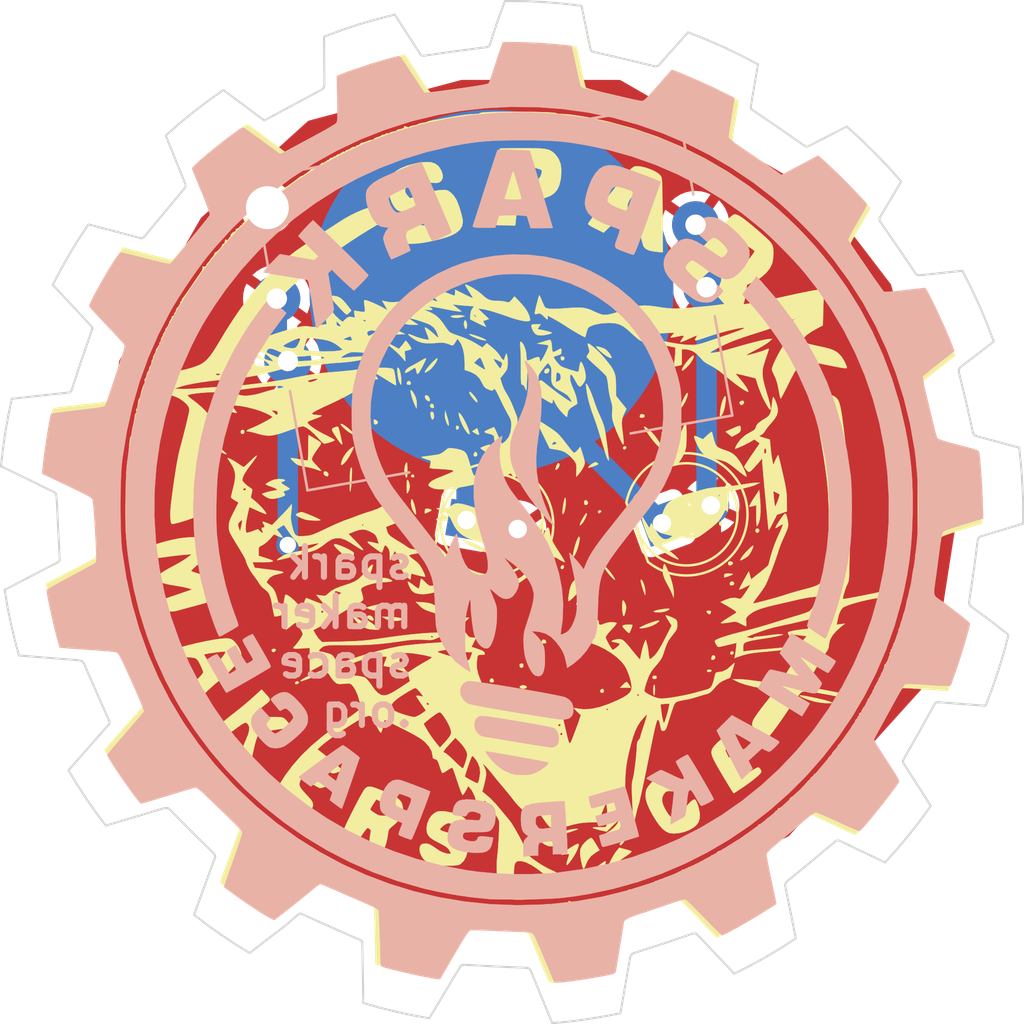
<source format=kicad_pcb>
(kicad_pcb (version 20221018) (generator pcbnew)
  (layers (0 "F.Cu" signal) (31 "B.Cu" signal) (34 "B.Paste" user) (35 "F.Paste" user) (36 "B.SilkS" user "B.Silkscreen") (37 "F.SilkS" user "F.Silkscreen") (38 "B.Mask" user) (39 "F.Mask" user) (44 "Edge.Cuts" user))
  (net 0 "")
  (net 1 "Net-(D1-K)")
  (net 2 "Net-(D1-A)")
  (footprint "LOGO" (layer "F.Cu") (at 34.5 32.5)
    (fp_text reference "G***" hide)
    (fp_text value "LOGO" hide)
  )
  (footprint "MountingHole:MountingHole_2.1mm" (layer "F.Cu") (at 21 15.75)
    (fp_text reference "REF**" hide)
    (fp_text value "MountingHole_2.1mm")
    (pad "" np_thru_hole circle (at 0 0) (size 2.1 2.1) (drill 2.1) (layers "*.Cu" "*.Mask"))
  )
  (footprint "LED_THT:LED_D5.0mm" (layer "F.Cu") (at 30.744368 31.0286 -10)
    (fp_text reference "D1" hide)
    (fp_text value "LED")
    (pad "1" thru_hole rect (at 0 0 350) (size 1.8 1.8) (drill 0.9) (layers "*.Cu" "*.Mask") (net 1 "Net-(D1-K)"))
    (pad "2" thru_hole circle (at 2.54 0 350) (size 1.8 1.8) (drill 0.9) (layers "*.Cu" "*.Mask") (net 2 "Net-(D1-A)"))
  )
  (footprint "LED_THT:LED_D5.0mm" (layer "F.Cu") (at 40.301891 31.186078 20)
    (fp_text reference "D2" hide)
    (fp_text value "LED")
    (pad "1" thru_hole rect (at 0 0 20) (size 1.8 1.8) (drill 0.9) (layers "*.Cu" "*.Mask") (net 1 "Net-(D1-K)"))
    (pad "2" thru_hole circle (at 2.54 0 20) (size 1.8 1.8) (drill 0.9) (layers "*.Cu" "*.Mask") (net 2 "Net-(D1-A)"))
  )
  (footprint "LOGO" (layer "F.Cu") (at 34.5 32.5)
    (fp_text reference "G***" hide)
    (fp_text value "LOGO" hide)
  )
  (footprint "BAT-HLD-001-THM:BAT_BAT-HLD-001-THM" (layer "B.Cu") (at 31.964164 19.868367 -170)
    (fp_text reference "BT2" hide)
    (fp_text value "BAT-HLD-001-THM")
    (pad "N" smd circle (at 0 0 190) (size 17.8 17.8) (layers "B.Cu" "B.Mask") (net 1 "Net-(D1-K)"))
    (pad "P1" thru_hole circle (at -10.4 1.5 190) (size 2.3 2.3) (drill 1) (layers "*.Cu" "*.Mask") (net 2 "Net-(D1-A)"))
    (pad "P2" thru_hole circle (at -10.4 -1.6 190) (size 2.3 2.3) (drill 1) (layers "*.Cu" "*.Mask") (net 2 "Net-(D1-A)"))
    (pad "P3" thru_hole circle (at 10.4 -1.6 190) (size 2.3 2.3) (drill 1) (layers "*.Cu" "*.Mask") (net 2 "Net-(D1-A)"))
    (pad "P4" thru_hole circle (at 10.4 1.5 190) (size 2.3 2.3) (drill 1) (layers "*.Cu" "*.Mask") (net 2 "Net-(D1-A)"))
  )
  (gr_line (start 56.7535 38.4009) (end 57.0194 37.5285) (stroke (width 0.1)) (layer "Edge.Cuts"))
  (gr_line (start 22.6051 50.2805) (end 22.6493 50.288) (stroke (width 0.1)) (layer "Edge.Cuts"))
  (gr_line (start 12.3856 21.5399) (end 12.4177 21.5874) (stroke (width 0.1)) (layer "Edge.Cuts"))
  (gr_line (start 23.7544 9.89129) (end 23.719 9.93914) (stroke (width 0.1)) (layer "Edge.Cuts"))
  (gr_line (start 23.719 9.93914) (end 23.6673 9.97057) (stroke (width 0.1)) (layer "Edge.Cuts"))
  (gr_line (start 55.4091 34.4891) (end 55.5852 33.2736) (stroke (width 0.1)) (layer "Edge.Cuts"))
  (gr_line (start 57.8471 28.1603) (end 57.7739 27.4892) (stroke (width 0.1)) (layer "Edge.Cuts"))
  (gr_line (start 22.8457 50.3712) (end 23.0393 50.4612) (stroke (width 0.1)) (layer "Edge.Cuts"))
  (gr_line (start 23.7898 9.7753) (end 23.7544 9.89129) (stroke (width 0.1)) (layer "Edge.Cuts"))
  (gr_line (start 51.3746 13.7653) (end 50.7202 13.0793) (stroke (width 0.1)) (layer "Edge.Cuts"))
  (gr_line (start 41.9098 51.2479) (end 41.9637 51.2638) (stroke (width 0.1)) (layer "Edge.Cuts"))
  (gr_line (start 36.473 6.38649) (end 36.3694 5.8783) (stroke (width 0.1)) (layer "Edge.Cuts"))
  (gr_line (start 22.5626 50.2916) (end 22.6051 50.2805) (stroke (width 0.1)) (layer "Edge.Cuts"))
  (gr_line (start 40.1728 8.75144) (end 40.1261 8.79415) (stroke (width 0.1)) (layer "Edge.Cuts"))
  (gr_line (start 25.6399 51.6735) (end 25.6449 51.7214) (stroke (width 0.1)) (layer "Edge.Cuts"))
  (gr_line (start 8.06442 27.5664) (end 7.97191 28.3967) (stroke (width 0.1)) (layer "Edge.Cuts"))
  (gr_line (start 20.1303 52.2094) (end 21.9144 50.8387) (stroke (width 0.1)) (layer "Edge.Cuts"))
  (gr_line (start 42.0109 51.2965) (end 42.2052 51.4917) (stroke (width 0.1)) (layer "Edge.Cuts"))
  (gr_line (start 52.8161 19.0481) (end 52.7607 19.0223) (stroke (width 0.1)) (layer "Edge.Cuts"))
  (gr_line (start 57.9629 30.0173) (end 57.9043 28.833) (stroke (width 0.1)) (layer "Edge.Cuts"))
  (gr_line (start 10.83747 33.0248) (end 10.81372 33.0578) (stroke (width 0.1)) (layer "Edge.Cuts"))
  (gr_line (start 18.44 47.5369) (end 18.1667 48.2797) (stroke (width 0.1)) (layer "Edge.Cuts"))
  (gr_line (start 18.7412 51.3188) (end 19.4288 51.775) (stroke (width 0.1)) (layer "Edge.Cuts"))
  (gr_line (start 25.4849 6.78322) (end 24.6249 7.06777) (stroke (width 0.1)) (layer "Edge.Cuts"))
  (gr_line (start 52.1001 42.8908) (end 52.0906 42.8389) (stroke (width 0.1)) (layer "Edge.Cuts"))
  (gr_line (start 38.7571 52.3803) (end 38.7896 52.3152) (stroke (width 0.1)) (layer "Edge.Cuts"))
  (gr_line (start 53.7518 39.9413) (end 53.8054 39.9383) (stroke (width 0.1)) (layer "Edge.Cuts"))
  (gr_line (start 46.3379 48.9851) (end 46.3288 48.9152) (stroke (width 0.1)) (layer "Edge.Cuts"))
  (gr_line (start 27.2946 55.0797) (end 28.1046 55.2541) (stroke (width 0.1)) (layer "Edge.Cuts"))
  (gr_line (start 39.3978 52.0617) (end 40.6006 51.6704) (stroke (width 0.1)) (layer "Edge.Cuts"))
  (gr_line (start 22.4924 50.3419) (end 22.5626 50.2916) (stroke (width 0.1)) (layer "Edge.Cuts"))
  (gr_line (start 56.5334 22.2983) (end 56.1967 21.4128) (stroke (width 0.1)) (layer "Edge.Cuts"))
  (gr_line (start 32.7986 5.64223) (end 32.6208 5.64875) (stroke (width 0.1)) (layer "Edge.Cuts"))
  (gr_line (start 28.5629 8.31123) (end 28.5204 8.28781) (stroke (width 0.1)) (layer "Edge.Cuts"))
  (gr_line (start 10.74031 33.1002) (end 9.27911 33.8584) (stroke (width 0.1)) (layer "Edge.Cuts"))
  (gr_line (start 55.8253 31.8701) (end 55.8855 31.8345) (stroke (width 0.1)) (layer "Edge.Cuts"))
  (gr_line (start 39.9474 8.83461) (end 39.356 8.69174) (stroke (width 0.1)) (layer "Edge.Cuts"))
  (gr_line (start 55.4498 35.2795) (end 55.3967 35.2338) (stroke (width 0.1)) (layer "Edge.Cuts"))
  (gr_line (start 32.8049 5.64213) (end 32.7986 5.64223) (stroke (width 0.1)) (layer "Edge.Cuts"))
  (gr_line (start 18.3703 47.3289) (end 18.4365 47.4238) (stroke (width 0.1)) (layer "Edge.Cuts"))
  (gr_line (start 37.443 55.3139) (end 38.2707 55.1526) (stroke (width 0.1)) (layer "Edge.Cuts"))
  (gr_line (start 8.44679 36.0623) (end 8.63605 36.8624) (stroke (width 0.1)) (layer "Edge.Cuts"))
  (gr_line (start 23.7754 7.38228) (end 23.7898 9.7753) (stroke (width 0.1)) (layer "Edge.Cuts"))
  (gr_line (start 11.96849 37.9606) (end 12.0121 38.017) (stroke (width 0.1)) (layer "Edge.Cuts"))
  (gr_line (start 46.5824 48.5657) (end 46.7717 48.4154) (stroke (width 0.1)) (layer "Edge.Cuts"))
  (gr_line (start 30.4329 52.8792) (end 30.4704 52.8322) (stroke (width 0.1)) (layer "Edge.Cuts"))
  (gr_line (start 54.8801 23.5734) (end 55.0797 23.4119) (stroke (width 0.1)) (layer "Edge.Cuts"))
  (gr_line (start 55.6766 26.9221) (end 55.6213 26.9012) (stroke (width 0.1)) (layer "Edge.Cuts"))
  (gr_line (start 57.7739 27.4892) (end 55.6766 26.9221) (stroke (width 0.1)) (layer "Edge.Cuts"))
  (gr_line (start 52.9297 45.7336) (end 53.4515 45.0122) (stroke (width 0.1)) (layer "Edge.Cuts"))
  (gr_line (start 44.8243 9.76246) (end 44.9977 8.74186) (stroke (width 0.1)) (layer "Edge.Cuts"))
  (gr_line (start 19.8484 10.7375) (end 18.8438 9.99644) (stroke (width 0.1)) (layer "Edge.Cuts"))
  (gr_line (start 52.8847 41.3933) (end 53.633 40.0394) (stroke (width 0.1)) (layer "Edge.Cuts"))
  (gr_line (start 12.7399 41.6031) (end 11.27035 43.2733) (stroke (width 0.1)) (layer "Edge.Cuts"))
  (gr_line (start 28.1046 55.2541) (end 28.92 55.4017) (stroke (width 0.1)) (layer "Edge.Cuts"))
  (gr_line (start 36.9331 8.12655) (end 36.8847 8.10906) (stroke (width 0.1)) (layer "Edge.Cuts"))
  (gr_line (start 55.5852 33.2736) (end 55.7395 32.0552) (stroke (width 0.1)) (layer "Edge.Cuts"))
  (gr_line (start 10.59397 29.6768) (end 10.64214 29.729) (stroke (width 0.1)) (layer "Edge.Cuts"))
  (gr_line (start 12.4177 21.5874) (end 12.4311 21.6416) (stroke (width 0.1)) (layer "Edge.Cuts"))
  (gr_line (start 8.18247 26.7393) (end 8.06442 27.5664) (stroke (width 0.1)) (layer "Edge.Cuts"))
  (gr_line (start 11.33378 24.7788) (end 11.28176 24.7926) (stroke (width 0.1)) (layer "Edge.Cuts"))
  (gr_line (start 41.7973 51.2611) (end 41.9098 51.2479) (stroke (width 0.1)) (layer "Edge.Cuts"))
  (gr_line (start 55.3549 35.1779) (end 55.3294 35.1139) (stroke (width 0.1)) (layer "Edge.Cuts"))
  (gr_line (start 38.7896 52.3152) (end 38.8369 52.2612) (stroke (width 0.1)) (layer "Edge.Cuts"))
  (gr_line (start 32.2019 6.79802) (end 31.8743 7.79419) (stroke (width 0.1)) (layer "Edge.Cuts"))
  (gr_line (start 12.2029 38.4486) (end 12.7273 39.6519) (stroke (width 0.1)) (layer "Edge.Cuts"))
  (gr_line (start 55.188 25.2884) (end 54.831 23.8168) (stroke (width 0.1)) (layer "Edge.Cuts"))
  (gr_line (start 18.1667 48.2797) (end 17.4143 50.3382) (stroke (width 0.1)) (layer "Edge.Cuts"))
  (gr_line (start 56.1281 40.1141) (end 56.4566 39.2633) (stroke (width 0.1)) (layer "Edge.Cuts"))
  (gr_line (start 56.1967 21.4128) (end 55.8279 20.5402) (stroke (width 0.1)) (layer "Edge.Cuts"))
  (gr_line (start 25.6449 51.7214) (end 25.6928 54.655) (stroke (width 0.1)) (layer "Edge.Cuts"))
  (gr_line (start 8.28462 35.2563) (end 8.44679 36.0623) (stroke (width 0.1)) (layer "Edge.Cuts"))
  (gr_line (start 46.0055 11.8395) (end 44.7274 10.9718) (stroke (width 0.1)) (layer "Edge.Cuts"))
  (gr_line (start 47.4713 12.7442) (end 47.4213 12.7627) (stroke (width 0.1)) (layer "Edge.Cuts"))
  (gr_line (start 16.9849 14.7489) (end 16.9529 14.8018) (stroke (width 0.1)) (layer "Edge.Cuts"))
  (gr_line (start 10.69237 29.9332) (end 10.84302 32.9821) (stroke (width 0.1)) (layer "Edge.Cuts"))
  (gr_line (start 56.4566 39.2633) (end 56.7535 38.4009) (stroke (width 0.1)) (layer "Edge.Cuts"))
  (gr_line (start 57.9043 28.833) (end 57.8471 28.1603) (stroke (width 0.1)) (layer "Edge.Cuts"))
  (gr_line (start 54.831 23.8168) (end 54.8198 23.6864) (stroke (width 0.1)) (layer "Edge.Cuts"))
  (gr_line (start 21.9144 50.8387) (end 22.4924 50.3419) (stroke (width 0.1)) (layer "Edge.Cuts"))
  (gr_line (start 53.6628 39.9949) (end 53.7033 39.9612) (stroke (width 0.1)) (layer "Edge.Cuts"))
  (gr_line (start 44.9977 8.74186) (end 44.1649 8.30328) (stroke (width 0.1)) (layer "Edge.Cuts"))
  (gr_line (start 40.0712 8.82426) (end 40.0107 8.83876) (stroke (width 0.1)) (layer "Edge.Cuts"))
  (gr_line (start 38.1459 8.40346) (end 36.9331 8.12655) (stroke (width 0.1)) (layer "Edge.Cuts"))
  (gr_line (start 32.8114 5.64212) (end 32.8049 5.64213) (stroke (width 0.1)) (layer "Edge.Cuts"))
  (gr_line (start 13.0974 45.9755) (end 15.9279 45.132) (stroke (width 0.1)) (layer "Edge.Cuts"))
  (gr_line (start 26.3543 6.52923) (end 25.4849 6.78322) (stroke (width 0.1)) (layer "Edge.Cuts"))
  (gr_line (start 55.3967 35.2338) (end 55.3549 35.1779) (stroke (width 0.1)) (layer "Edge.Cuts"))
  (gr_line (start 40.0107 8.83876) (end 39.9474 8.83461) (stroke (width 0.1)) (layer "Edge.Cuts"))
  (gr_line (start 28.5204 8.28781) (end 28.4879 8.24958) (stroke (width 0.1)) (layer "Edge.Cuts"))
  (gr_line (start 8.63605 36.8624) (end 8.8515 37.656) (stroke (width 0.1)) (layer "Edge.Cuts"))
  (gr_line (start 9.27911 33.8584) (end 8.15047 34.4451) (stroke (width 0.1)) (layer "Edge.Cuts"))
  (gr_line (start 47.4213 12.7627) (end 47.3692 12.7639) (stroke (width 0.1)) (layer "Edge.Cuts"))
  (gr_line (start 54.997 18.8376) (end 52.94 19.0549) (stroke (width 0.1)) (layer "Edge.Cuts"))
  (gr_line (start 42.3937 51.6928) (end 43.8422 53.2231) (stroke (width 0.1)) (layer "Edge.Cuts"))
  (gr_line (start 14.976 17.1776) (end 14.8957 17.2379) (stroke (width 0.1)) (layer "Edge.Cuts"))
  (gr_line (start 16.9529 14.8018) (end 16.5418 15.291) (stroke (width 0.1)) (layer "Edge.Cuts"))
  (gr_line (start 46.5993 50.2397) (end 46.3379 48.9851) (stroke (width 0.1)) (layer "Edge.Cuts"))
  (gr_line (start 10.90226 18.7636) (end 10.50354 19.524) (stroke (width 0.1)) (layer "Edge.Cuts"))
  (gr_line (start 52.3819 46.4355) (end 52.9297 45.7336) (stroke (width 0.1)) (layer "Edge.Cuts"))
  (gr_line (start 25.5455 51.5733) (end 25.62 51.631) (stroke (width 0.1)) (layer "Edge.Cuts"))
  (gr_line (start 16.7029 11.6281) (end 16.0292 12.2212) (stroke (width 0.1)) (layer "Edge.Cuts"))
  (gr_line (start 11.91016 37.9219) (end 11.96849 37.9606) (stroke (width 0.1)) (layer "Edge.Cuts"))
  (gr_line (start 47.2728 12.7228) (end 46.0055 11.8395) (stroke (width 0.1)) (layer "Edge.Cuts"))
  (gr_line (start 30.4704 52.8322) (end 30.5199 52.8006) (stroke (width 0.1)) (layer "Edge.Cuts"))
  (gr_line (start 11.32539 18.0165) (end 10.90226 18.7636) (stroke (width 0.1)) (layer "Edge.Cuts"))
  (gr_line (start 56.3633 35.9494) (end 55.4498 35.2795) (stroke (width 0.1)) (layer "Edge.Cuts"))
  (gr_line (start 39.1478 52.1398) (end 39.3978 52.0617) (stroke (width 0.1)) (layer "Edge.Cuts"))
  (gr_line (start 11.37706 24.7492) (end 11.33378 24.7788) (stroke (width 0.1)) (layer "Edge.Cuts"))
  (gr_line (start 31.7176 7.8991) (end 30.188 8.09898) (stroke (width 0.1)) (layer "Edge.Cuts"))
  (gr_line (start 8.15047 34.4451) (end 8.28462 35.2563) (stroke (width 0.1)) (layer "Edge.Cuts"))
  (gr_line (start 51.5186 15.2884) (end 52.0043 14.4739) (stroke (width 0.1)) (layer "Edge.Cuts"))
  (gr_line (start 53.4515 45.0122) (end 52.1248 42.9386) (stroke (width 0.1)) (layer "Edge.Cuts"))
  (gr_line (start 57.2554 36.6475) (end 56.3633 35.9494) (stroke (width 0.1)) (layer "Edge.Cuts"))
  (gr_line (start 10.84302 32.9821) (end 10.83747 33.0248) (stroke (width 0.1)) (layer "Edge.Cuts"))
  (gr_line (start 32.4031 6.22041) (end 32.2019 6.79802) (stroke (width 0.1)) (layer "Edge.Cuts"))
  (gr_line (start 32.6208 5.64875) (end 32.4031 6.22041) (stroke (width 0.1)) (layer "Edge.Cuts"))
  (gr_line (start 31.8136 7.87085) (end 31.7176 7.8991) (stroke (width 0.1)) (layer "Edge.Cuts"))
  (gr_line (start 17.4143 50.3382) (end 18.0692 50.8402) (stroke (width 0.1)) (layer "Edge.Cuts"))
  (gr_line (start 54.8387 23.6249) (end 54.8801 23.5734) (stroke (width 0.1)) (layer "Edge.Cuts"))
  (gr_line (start 11.43098 24.6585) (end 11.37706 24.7492) (stroke (width 0.1)) (layer "Edge.Cuts"))
  (gr_line (start 53.633 40.0394) (end 53.6628 39.9949) (stroke (width 0.1)) (layer "Edge.Cuts"))
  (gr_line (start 35.775 55.5608) (end 36.611 55.4507) (stroke (width 0.1)) (layer "Edge.Cuts"))
  (gr_line (start 55.2846 23.2567) (end 56.5334 22.2983) (stroke (width 0.1)) (layer "Edge.Cuts"))
  (gr_line (start 36.8016 7.98695) (end 36.473 6.38649) (stroke (width 0.1)) (layer "Edge.Cuts"))
  (gr_line (start 52.0043 14.4739) (end 51.3746 13.7653) (stroke (width 0.1)) (layer "Edge.Cuts"))
  (gr_line (start 15.9279 45.132) (end 16.0703 45.1115) (stroke (width 0.1)) (layer "Edge.Cuts"))
  (gr_line (start 12.4132 21.7533) (end 11.90966 23.2017) (stroke (width 0.1)) (layer "Edge.Cuts"))
  (gr_line (start 35.4836 5.7726) (end 34.5946 5.69696) (stroke (width 0.1)) (layer "Edge.Cuts"))
  (gr_line (start 14.8468 17.2483) (end 14.796 17.2425) (stroke (width 0.1)) (layer "Edge.Cuts"))
  (gr_line (start 11.27035 43.2733) (end 11.69451 43.9704) (stroke (width 0.1)) (layer "Edge.Cuts"))
  (gr_line (start 28.4879 8.24958) (end 27.2324 6.3064) (stroke (width 0.1)) (layer "Edge.Cuts"))
  (gr_line (start 12.6076 45.3227) (end 13.0974 45.9755) (stroke (width 0.1)) (layer "Edge.Cuts"))
  (gr_line (start 55.5734 26.8675) (end 55.5374 26.8221) (stroke (width 0.1)) (layer "Edge.Cuts"))
  (gr_line (start 11.69451 43.9704) (end 12.1401 44.6539) (stroke (width 0.1)) (layer "Edge.Cuts"))
  (gr_line (start 17.3978 11.0601) (end 16.7029 11.6281) (stroke (width 0.1)) (layer "Edge.Cuts"))
  (gr_line (start 41.5782 7.1737) (end 40.1728 8.75144) (stroke (width 0.1)) (layer "Edge.Cuts"))
  (gr_line (start 30.188 8.09898) (end 28.6611 8.31809) (stroke (width 0.1)) (layer "Edge.Cuts"))
  (gr_line (start 55.8826 40.0966) (end 56.1281 40.1141) (stroke (width 0.1)) (layer "Edge.Cuts"))
  (gr_line (start 55.4277 19.6815) (end 54.997 18.8376) (stroke (width 0.1)) (layer "Edge.Cuts"))
  (gr_line (start 8.32765 25.9166) (end 8.18247 26.7393) (stroke (width 0.1)) (layer "Edge.Cuts"))
  (gr_line (start 50.0625 47.2293) (end 51.2118 47.7777) (stroke (width 0.1)) (layer "Edge.Cuts"))
  (gr_line (start 46.3563 48.7791) (end 46.3989 48.7226) (stroke (width 0.1)) (layer "Edge.Cuts"))
  (gr_line (start 12.2478 16.5683) (end 11.77366 17.2842) (stroke (width 0.1)) (layer "Edge.Cuts"))
  (gr_line (start 30.6368 52.7822) (end 32.1359 52.8658) (stroke (width 0.1)) (layer "Edge.Cuts"))
  (gr_line (start 50.9595 16.23) (end 51.5186 15.2884) (stroke (width 0.1)) (layer "Edge.Cuts"))
  (gr_line (start 48.9277 46.7004) (end 48.9827 46.7161) (stroke (width 0.1)) (layer "Edge.Cuts"))
  (gr_line (start 44.6478 10.8101) (end 44.8243 9.76246) (stroke (width 0.1)) (layer "Edge.Cuts"))
  (gr_line (start 33.8682 53.0382) (end 34.107 53.619) (stroke (width 0.1)) (layer "Edge.Cuts"))
  (gr_line (start 23.0393 50.4612) (end 24.2895 51.0237) (stroke (width 0.1)) (layer "Edge.Cuts"))
  (gr_line (start 52.238 18.2687) (end 50.9724 16.4257) (stroke (width 0.1)) (layer "Edge.Cuts"))
  (gr_line (start 33.8268 52.9849) (end 33.8682 53.0382) (stroke (width 0.1)) (layer "Edge.Cuts"))
  (gr_line (start 18.4365 47.4238) (end 18.449 47.4792) (stroke (width 0.1)) (layer "Edge.Cuts"))
  (gr_line (start 51.2118 47.7777) (end 51.8089 47.1171) (stroke (width 0.1)) (layer "Edge.Cuts"))
  (gr_line (start 47.7764 47.5906) (end 48.772 46.7548) (stroke (width 0.1)) (layer "Edge.Cuts"))
  (gr_line (start 16.2012 45.1632) (end 16.6081 45.5777) (stroke (width 0.1)) (layer "Edge.Cuts"))
  (gr_line (start 46.3288 48.9152) (end 46.3339 48.8449) (stroke (width 0.1)) (layer "Edge.Cuts"))
  (gr_line (start 42.2052 51.4917) (end 42.3937 51.6928) (stroke (width 0.1)) (layer "Edge.Cuts"))
  (gr_line (start 52.0906 42.8389) (end 52.0968 42.7865) (stroke (width 0.1)) (layer "Edge.Cuts"))
  (gr_line (start 36.3694 5.8783) (end 35.4836 5.7726) (stroke (width 0.1)) (layer "Edge.Cuts"))
  (gr_line (start 10.81372 33.0578) (end 10.74031 33.1002) (stroke (width 0.1)) (layer "Edge.Cuts"))
  (gr_line (start 56.347 31.6932) (end 57.9682 31.2031) (stroke (width 0.1)) (layer "Edge.Cuts"))
  (gr_line (start 36.8847 8.10906) (end 36.8456 8.07765) (stroke (width 0.1)) (layer "Edge.Cuts"))
  (gr_line (start 55.7819 31.9231) (end 55.8253 31.8701) (stroke (width 0.1)) (layer "Edge.Cuts"))
  (gr_line (start 53.7033 39.9612) (end 53.7518 39.9413) (stroke (width 0.1)) (layer "Edge.Cuts"))
  (gr_line (start 50.9392 16.2784) (end 50.9595 16.23) (stroke (width 0.1)) (layer "Edge.Cuts"))
  (gr_line (start 7.97191 28.3967) (end 10.59397 29.6768) (stroke (width 0.1)) (layer "Edge.Cuts"))
  (gr_line (start 16.0292 12.2212) (end 16.9798 14.5698) (stroke (width 0.1)) (layer "Edge.Cuts"))
  (gr_line (start 45.374 52.4107) (end 46.1183 51.9658) (stroke (width 0.1)) (layer "Edge.Cuts"))
  (gr_line (start 52.1248 42.9386) (end 52.1001 42.8908) (stroke (width 0.1)) (layer "Edge.Cuts"))
  (gr_line (start 32.8049 5.64213) (end 32.8049 5.64213) (stroke (width 0.1)) (layer "Edge.Cuts"))
  (gr_line (start 24.2895 51.0237) (end 25.5455 51.5733) (stroke (width 0.1)) (layer "Edge.Cuts"))
  (gr_line (start 13.2473 41.0296) (end 12.7399 41.6031) (stroke (width 0.1)) (layer "Edge.Cuts"))
  (gr_line (start 18.0692 50.8402) (end 18.7412 51.3188) (stroke (width 0.1)) (layer "Edge.Cuts"))
  (gr_line (start 30.5199 52.8006) (end 30.5769 52.7841) (stroke (width 0.1)) (layer "Edge.Cuts"))
  (gr_line (start 16.9976 14.6289) (end 16.9996 14.69) (stroke (width 0.1)) (layer "Edge.Cuts"))
  (gr_line (start 55.0797 23.4119) (end 55.2846 23.2567) (stroke (width 0.1)) (layer "Edge.Cuts"))
  (gr_line (start 16.5418 15.291) (end 14.976 17.1776) (stroke (width 0.1)) (layer "Edge.Cuts"))
  (gr_line (start 38.8999 52.224) (end 39.1478 52.1398) (stroke (width 0.1)) (layer "Edge.Cuts"))
  (gr_line (start 33.7035 5.65295) (end 32.8114 5.64212) (stroke (width 0.1)) (layer "Edge.Cuts"))
  (gr_line (start 17.4832 46.4593) (end 18.3703 47.3289) (stroke (width 0.1)) (layer "Edge.Cuts"))
  (gr_line (start 55.5178 26.7663) (end 55.188 25.2884) (stroke (width 0.1)) (layer "Edge.Cuts"))
  (gr_line (start 26.4904 54.8797) (end 27.2946 55.0797) (stroke (width 0.1)) (layer "Edge.Cuts"))
  (gr_line (start 32.1359 52.8658) (end 33.6359 52.9307) (stroke (width 0.1)) (layer "Edge.Cuts"))
  (gr_line (start 55.8279 20.5402) (end 55.4277 19.6815) (stroke (width 0.1)) (layer "Edge.Cuts"))
  (gr_line (start 50.0413 12.4176) (end 49.3379 11.7819) (stroke (width 0.1)) (layer "Edge.Cuts"))
  (gr_line (start 25.62 51.631) (end 25.6399 51.6735) (stroke (width 0.1)) (layer "Edge.Cuts"))
  (gr_line (start 40.1261 8.79415) (end 40.0712 8.82426) (stroke (width 0.1)) (layer "Edge.Cuts"))
  (gr_line (start 46.1183 51.9658) (end 46.8477 51.497) (stroke (width 0.1)) (layer "Edge.Cuts"))
  (gr_line (start 39.356 8.69174) (end 38.1459 8.40346) (stroke (width 0.1)) (layer "Edge.Cuts"))
  (gr_line (start 55.7395 32.0552) (end 55.7538 31.987) (stroke (width 0.1)) (layer "Edge.Cuts"))
  (gr_line (start 57.0194 37.5285) (end 57.2554 36.6475) (stroke (width 0.1)) (layer "Edge.Cuts"))
  (gr_line (start 12.1111 38.2311) (end 12.2029 38.4486) (stroke (width 0.1)) (layer "Edge.Cuts"))
  (gr_line (start 50.9355 16.3295) (end 50.9392 16.2784) (stroke (width 0.1)) (layer "Edge.Cuts"))
  (gr_line (start 52.7164 18.9779) (end 52.238 18.2687) (stroke (width 0.1)) (layer "Edge.Cuts"))
  (gr_line (start 46.3339 48.8449) (end 46.3563 48.7791) (stroke (width 0.1)) (layer "Edge.Cuts"))
  (gr_line (start 16.0703 45.1115) (end 16.1397 45.1252) (stroke (width 0.1)) (layer "Edge.Cuts"))
  (gr_line (start 50.7202 13.0793) (end 50.0413 12.4176) (stroke (width 0.1)) (layer "Edge.Cuts"))
  (gr_line (start 31.8743 7.79419) (end 31.8511 7.8393) (stroke (width 0.1)) (layer "Edge.Cuts"))
  (gr_line (start 38.2707 55.1526) (end 38.7388 52.4509) (stroke (width 0.1)) (layer "Edge.Cuts"))
  (gr_line (start 44.6152 52.8302) (end 45.374 52.4107) (stroke (width 0.1)) (layer "Edge.Cuts"))
  (gr_line (start 20.8472 11.4863) (end 19.8484 10.7375) (stroke (width 0.1)) (layer "Edge.Cuts"))
  (gr_line (start 52.94 19.0549) (end 52.8161 19.0481) (stroke (width 0.1)) (layer "Edge.Cuts"))
  (gr_line (start 52.7607 19.0223) (end 52.7164 18.9779) (stroke (width 0.1)) (layer "Edge.Cuts"))
  (gr_line (start 12.7273 39.6519) (end 13.2646 40.8496) (stroke (width 0.1)) (layer "Edge.Cuts"))
  (gr_line (start 16.6081 45.5777) (end 17.4832 46.4593) (stroke (width 0.1)) (layer "Edge.Cuts"))
  (gr_line (start 34.5946 5.69696) (end 33.7035 5.65295) (stroke (width 0.1)) (layer "Edge.Cuts"))
  (gr_line (start 25.6928 54.655) (end 26.4904 54.8797) (stroke (width 0.1)) (layer "Edge.Cuts"))
  (gr_line (start 16.1397 45.1252) (end 16.2012 45.1632) (stroke (width 0.1)) (layer "Edge.Cuts"))
  (gr_line (start 57.9682 31.2031) (end 57.9629 30.0173) (stroke (width 0.1)) (layer "Edge.Cuts"))
  (gr_line (start 11.28176 24.7926) (end 10.3968 24.8877) (stroke (width 0.1)) (layer "Edge.Cuts"))
  (gr_line (start 36.8456 8.07765) (end 36.8016 7.98695) (stroke (width 0.1)) (layer "Edge.Cuts"))
  (gr_line (start 43.8422 53.2231) (end 44.6152 52.8302) (stroke (width 0.1)) (layer "Edge.Cuts"))
  (gr_line (start 44.6468 10.8585) (end 44.6478 10.8101) (stroke (width 0.1)) (layer "Edge.Cuts"))
  (gr_line (start 19.4288 51.775) (end 20.1303 52.2094) (stroke (width 0.1)) (layer "Edge.Cuts"))
  (gr_line (start 34.107 53.619) (end 34.9356 55.6416) (stroke (width 0.1)) (layer "Edge.Cuts"))
  (gr_line (start 8.8515 37.656) (end 11.77257 37.8879) (stroke (width 0.1)) (layer "Edge.Cuts"))
  (gr_line (start 46.8477 51.497) (end 46.5993 50.2397) (stroke (width 0.1)) (layer "Edge.Cuts"))
  (gr_line (start 33.7692 52.9528) (end 33.8268 52.9849) (stroke (width 0.1)) (layer "Edge.Cuts"))
  (gr_line (start 55.7538 31.987) (end 55.7819 31.9231) (stroke (width 0.1)) (layer "Edge.Cuts"))
  (gr_line (start 23.6673 9.97057) (end 20.8472 11.4863) (stroke (width 0.1)) (layer "Edge.Cuts"))
  (gr_line (start 16.9798 14.5698) (end 16.9976 14.6289) (stroke (width 0.1)) (layer "Edge.Cuts"))
  (gr_line (start 13.5369 16.9066) (end 12.2478 16.5683) (stroke (width 0.1)) (layer "Edge.Cuts"))
  (gr_line (start 47.3692 12.7639) (end 47.2728 12.7228) (stroke (width 0.1)) (layer "Edge.Cuts"))
  (gr_line (start 14.796 17.2425) (end 13.5369 16.9066) (stroke (width 0.1)) (layer "Edge.Cuts"))
  (gr_line (start 18.449 47.4792) (end 18.44 47.5369) (stroke (width 0.1)) (layer "Edge.Cuts"))
  (gr_line (start 43.3165 7.89559) (end 42.4539 7.519) (stroke (width 0.1)) (layer "Edge.Cuts"))
  (gr_line (start 13.2646 40.8496) (end 13.2839 40.9428) (stroke (width 0.1)) (layer "Edge.Cuts"))
  (gr_line (start 8.50156 25.0994) (end 8.32765 25.9166) (stroke (width 0.1)) (layer "Edge.Cuts"))
  (gr_line (start 28.92 55.4017) (end 30.4329 52.8792) (stroke (width 0.1)) (layer "Edge.Cuts"))
  (gr_line (start 54.8198 23.6864) (end 54.8387 23.6249) (stroke (width 0.1)) (layer "Edge.Cuts"))
  (gr_line (start 55.8855 31.8345) (end 56.347 31.6932) (stroke (width 0.1)) (layer "Edge.Cuts"))
  (gr_line (start 50.9724 16.4257) (end 50.9355 16.3295) (stroke (width 0.1)) (layer "Edge.Cuts"))
  (gr_line (start 55.5374 26.8221) (end 55.5178 26.7663) (stroke (width 0.1)) (layer "Edge.Cuts"))
  (gr_line (start 31.8511 7.8393) (end 31.8136 7.87085) (stroke (width 0.1)) (layer "Edge.Cuts"))
  (gr_line (start 55.3294 35.1139) (end 55.3251 35.0438) (stroke (width 0.1)) (layer "Edge.Cuts"))
  (gr_line (start 10.3968 24.8877) (end 8.50156 25.0994) (stroke (width 0.1)) (layer "Edge.Cuts"))
  (gr_line (start 13.2839 40.9428) (end 13.2733 40.9887) (stroke (width 0.1)) (layer "Edge.Cuts"))
  (gr_line (start 12.1401 44.6539) (end 12.6076 45.3227) (stroke (width 0.1)) (layer "Edge.Cuts"))
  (gr_line (start 12.0121 38.017) (end 12.1111 38.2311) (stroke (width 0.1)) (layer "Edge.Cuts"))
  (gr_line (start 14.8957 17.2379) (end 14.8468 17.2483) (stroke (width 0.1)) (layer "Edge.Cuts"))
  (gr_line (start 24.6249 7.06777) (end 23.7754 7.38228) (stroke (width 0.1)) (layer "Edge.Cuts"))
  (gr_line (start 41.9637 51.2638) (end 42.0109 51.2965) (stroke (width 0.1)) (layer "Edge.Cuts"))
  (gr_line (start 38.7388 52.4509) (end 38.7571 52.3803) (stroke (width 0.1)) (layer "Edge.Cuts"))
  (gr_line (start 44.7274 10.9718) (end 44.6615 10.9033) (stroke (width 0.1)) (layer "Edge.Cuts"))
  (gr_line (start 30.5769 52.7841) (end 30.6368 52.7822) (stroke (width 0.1)) (layer "Edge.Cuts"))
  (gr_line (start 49.3379 11.7819) (end 47.4713 12.7442) (stroke (width 0.1)) (layer "Edge.Cuts"))
  (gr_line (start 10.64214 29.729) (end 10.673 29.7925) (stroke (width 0.1)) (layer "Edge.Cuts"))
  (gr_line (start 16.9996 14.69) (end 16.9849 14.7489) (stroke (width 0.1)) (layer "Edge.Cuts"))
  (gr_line (start 48.9827 46.7161) (end 50.0625 47.2293) (stroke (width 0.1)) (layer "Edge.Cuts"))
  (gr_line (start 44.1649 8.30328) (end 43.3165 7.89559) (stroke (width 0.1)) (layer "Edge.Cuts"))
  (gr_line (start 11.77257 37.8879) (end 11.91016 37.9219) (stroke (width 0.1)) (layer "Edge.Cuts"))
  (gr_line (start 52.119 42.7375) (end 52.8847 41.3933) (stroke (width 0.1)) (layer "Edge.Cuts"))
  (gr_line (start 46.3989 48.7226) (end 46.5824 48.5657) (stroke (width 0.1)) (layer "Edge.Cuts"))
  (gr_line (start 13.2733 40.9887) (end 13.2473 41.0296) (stroke (width 0.1)) (layer "Edge.Cuts"))
  (gr_line (start 53.8054 39.9383) (end 55.8826 40.0966) (stroke (width 0.1)) (layer "Edge.Cuts"))
  (gr_line (start 38.8369 52.2612) (end 38.8999 52.224) (stroke (width 0.1)) (layer "Edge.Cuts"))
  (gr_line (start 27.2324 6.3064) (end 26.3543 6.52923) (stroke (width 0.1)) (layer "Edge.Cuts"))
  (gr_line (start 48.8189 46.7223) (end 48.872 46.7033) (stroke (width 0.1)) (layer "Edge.Cuts"))
  (gr_line (start 10.50354 19.524) (end 12.3856 21.5399) (stroke (width 0.1)) (layer "Edge.Cuts"))
  (gr_line (start 33.6359 52.9307) (end 33.7692 52.9528) (stroke (width 0.1)) (layer "Edge.Cuts"))
  (gr_line (start 46.7717 48.4154) (end 47.7764 47.5906) (stroke (width 0.1)) (layer "Edge.Cuts"))
  (gr_line (start 51.8089 47.1171) (end 52.3819 46.4355) (stroke (width 0.1)) (layer "Edge.Cuts"))
  (gr_line (start 42.4539 7.519) (end 41.5782 7.1737) (stroke (width 0.1)) (layer "Edge.Cuts"))
  (gr_line (start 55.3251 35.0438) (end 55.4091 34.4891) (stroke (width 0.1)) (layer "Edge.Cuts"))
  (gr_line (start 44.6615 10.9033) (end 44.6468 10.8585) (stroke (width 0.1)) (layer "Edge.Cuts"))
  (gr_line (start 12.4311 21.6416) (end 12.4132 21.7533) (stroke (width 0.1)) (layer "Edge.Cuts"))
  (gr_line (start 10.673 29.7925) (end 10.69237 29.9332) (stroke (width 0.1)) (layer "Edge.Cuts"))
  (gr_line (start 52.0968 42.7865) (end 52.119 42.7375) (stroke (width 0.1)) (layer "Edge.Cuts"))
  (gr_line (start 22.6493 50.288) (end 22.8457 50.3712) (stroke (width 0.1)) (layer "Edge.Cuts"))
  (gr_line (start 28.6611 8.31809) (end 28.5629 8.31123) (stroke (width 0.1)) (layer "Edge.Cuts"))
  (gr_line (start 18.1121 10.5165) (end 17.3978 11.0601) (stroke (width 0.1)) (layer "Edge.Cuts"))
  (gr_line (start 11.90966 23.2017) (end 11.43098 24.6585) (stroke (width 0.1)) (layer "Edge.Cuts"))
  (gr_line (start 40.6006 51.6704) (end 41.7973 51.2611) (stroke (width 0.1)) (layer "Edge.Cuts"))
  (gr_line (start 18.8438 9.99644) (end 18.1121 10.5165) (stroke (width 0.1)) (layer "Edge.Cuts"))
  (gr_line (start 36.611 55.4507) (end 37.443 55.3139) (stroke (width 0.1)) (layer "Edge.Cuts"))
  (gr_line (start 34.9356 55.6416) (end 35.775 55.5608) (stroke (width 0.1)) (layer "Edge.Cuts"))
  (gr_line (start 48.872 46.7033) (end 48.9277 46.7004) (stroke (width 0.1)) (layer "Edge.Cuts"))
  (gr_line (start 48.772 46.7548) (end 48.8189 46.7223) (stroke (width 0.1)) (layer "Edge.Cuts"))
  (gr_line (start 55.6213 26.9012) (end 55.5734 26.8675) (stroke (width 0.1)) (layer "Edge.Cuts"))
  (gr_line (start 11.77366 17.2842) (end 11.32539 18.0165) (stroke (width 0.1)) (layer "Edge.Cuts"))
  (gr_text "spark\nmaker\nspace\n.org" (at 28.25 41.25) (layer "B.SilkS") (effects (font (size 1.5 1.5) (thickness 0.3) bold) (justify left bottom mirror)))
  (segment (start 30.744368 21.088163) (end 30.744368 31.0286) (width 1) (layer "B.Cu") (net 1))
  (segment (start 31.964164 22.848351) (end 40.301891 31.186078) (width 1) (layer "B.Cu") (net 1))
  (segment (start 31.964164 19.868367) (end 30.744368 21.088163) (width 1) (layer "B.Cu") (net 1))
  (segment (start 41.75 33.5) (end 42.68871 31.56129) (width 1) (layer "F.Cu") (net 2))
  (segment (start 31 34.25) (end 33.24578 31.469666) (width 1) (layer "F.Cu") (net 2))
  (segment (start 22 32.25) (end 24.75 33) (width 1) (layer "F.Cu") (net 2))
  (segment (start 33.24578 31.469666) (end 39.25 34.25) (width 1) (layer "F.Cu") (net 2))
  (segment (start 24.75 33) (end 31 34.25) (width 1) (layer "F.Cu") (net 2))
  (segment (start 39.25 34.25) (end 41.75 33.5) (width 1) (layer "F.Cu") (net 2))
  (segment (start 42.68871 31.56129) (end 42.68871 30.317347) (width 1) (layer "F.Cu") (net 2))
  (via (at 22 32.25) (size 1.13) (drill 0.8) (layers "F.Cu" "B.Cu") (net 2))
  (segment (start 42.484002 19.638118) (end 42.484002 30.112639) (width 1) (layer "B.Cu") (net 2))
  (segment (start 21.461691 20.197096) (end 21.461691 22.711691) (width 1) (layer "B.Cu") (net 2))
  (segment (start 41.945692 16.585214) (end 41.945692 19.099808) (width 1) (layer "B.Cu") (net 2))
  (segment (start 21.461691 22.711691) (end 22 23.25) (width 1) (layer "B.Cu") (net 2))
  (segment (start 42.484002 30.112639) (end 42.68871 30.317347) (width 1) (layer "B.Cu") (net 2))
  (segment (start 41.945692 19.099808) (end 42.484002 19.638118) (width 1) (layer "B.Cu") (net 2))
  (segment (start 22 23.25) (end 22 32.25) (width 1) (layer "B.Cu") (net 2))
  (zone (net 2) (net_name "Net-(D1-A)") (layer "F.Cu") (connect_pads (clearance 0.508)) (min_thickness 0.25) (fill yes (thermal_gap 0.5) (thermal_bridge_width 0.5))
    (polygon (pts (xy 51.5 19.5) (xy 54.75 30.75) (xy 53.5 38.75) (xy 46.5 46.5) (xy 36.75 51) (xy 28.25 50.5) (xy 19.25 45.25) (xy 12.5 33.75) (xy 13.75 23.25) (xy 17.75 16.25) (xy 23 11.5) (xy 30.5 9.5) (xy 38.25 9.5) (xy 48.25 15.25)))
  )
)
</source>
